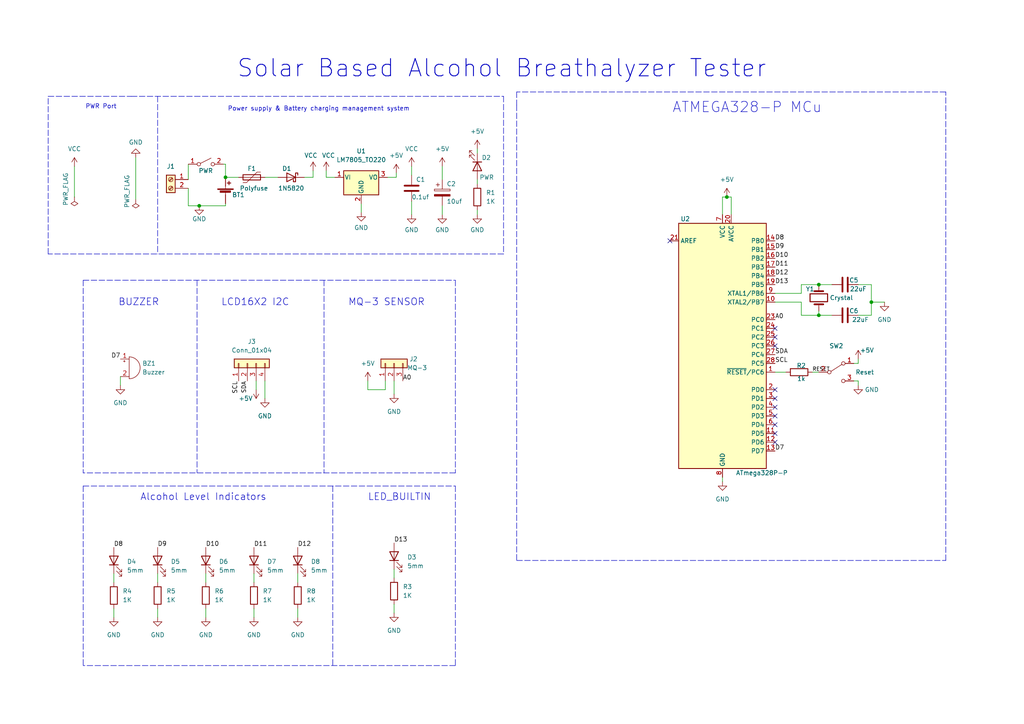
<source format=kicad_sch>
(kicad_sch (version 20211123) (generator eeschema)
  (paper "A4")
  (title_block (title "Solar Based Alcohol Tester") (date "2023-08-12") (rev "v1.0") (company "Project Work"))
  (lib_symbols
    (symbol "Connector:Screw_Terminal_01x02" (pin_names (offset 1.016) hide)
      (property "Reference" "J" (at 0 2.54 0))
      (property "Value" "Screw_Terminal_01x02" (at 0 -5.08 0))
      (symbol "Screw_Terminal_01x02_1_1"
        (rectangle (start -1.27 1.27) (end 1.27 -3.81) (stroke (width 0.254)) (fill (type background)))
        (circle (center 0 -2.54) (radius 0.635) (stroke (width 0.1524)))
        (polyline (pts (xy -0.5334 -2.2098) (xy 0.3302 -3.048)) (stroke (width 0.1524)))
        (polyline (pts (xy -0.5334 0.3302) (xy 0.3302 -0.508)) (stroke (width 0.1524)))
        (polyline (pts (xy -0.3556 -2.032) (xy 0.508 -2.8702)) (stroke (width 0.1524)))
        (polyline (pts (xy -0.3556 0.508) (xy 0.508 -0.3302)) (stroke (width 0.1524)))
        (circle (center 0 0) (radius 0.635) (stroke (width 0.1524)))
        (pin passive line (at -5.08 0 0) (length 3.81) (name "Pin_1") (number "1"))
        (pin passive line (at -5.08 -2.54 0) (length 3.81) (name "Pin_2") (number "2"))
      )
    )
    (symbol "Connector_Generic:Conn_01x03" (pin_names (offset 1.016) hide)
      (property "Reference" "J" (at 0 5.08 0))
      (property "Value" "Conn_01x03" (at 0 -5.08 0))
      (symbol "Conn_01x03_1_1"
        (rectangle (start -1.27 -2.413) (end 0 -2.667) (stroke (width 0.1524)))
        (rectangle (start -1.27 0.127) (end 0 -0.127) (stroke (width 0.1524)))
        (rectangle (start -1.27 2.667) (end 0 2.413) (stroke (width 0.1524)))
        (rectangle (start -1.27 3.81) (end 1.27 -3.81) (stroke (width 0.254)) (fill (type background)))
        (pin passive line (at -5.08 2.54 0) (length 3.81) (name "Pin_1") (number "1"))
        (pin passive line (at -5.08 0 0) (length 3.81) (name "Pin_2") (number "2"))
        (pin passive line (at -5.08 -2.54 0) (length 3.81) (name "Pin_3") (number "3"))
      )
    )
    (symbol "Connector_Generic:Conn_01x04" (pin_names (offset 1.016) hide)
      (property "Reference" "J" (at 0 5.08 0))
      (property "Value" "Conn_01x04" (at 0 -7.62 0))
      (symbol "Conn_01x04_1_1"
        (rectangle (start -1.27 -4.953) (end 0 -5.207) (stroke (width 0.1524)))
        (rectangle (start -1.27 -2.413) (end 0 -2.667) (stroke (width 0.1524)))
        (rectangle (start -1.27 0.127) (end 0 -0.127) (stroke (width 0.1524)))
        (rectangle (start -1.27 2.667) (end 0 2.413) (stroke (width 0.1524)))
        (rectangle (start -1.27 3.81) (end 1.27 -6.35) (stroke (width 0.254)) (fill (type background)))
        (pin passive line (at -5.08 2.54 0) (length 3.81) (name "Pin_1") (number "1"))
        (pin passive line (at -5.08 0 0) (length 3.81) (name "Pin_2") (number "2"))
        (pin passive line (at -5.08 -2.54 0) (length 3.81) (name "Pin_3") (number "3"))
        (pin passive line (at -5.08 -5.08 0) (length 3.81) (name "Pin_4") (number "4"))
      )
    )
    (symbol "Device:Battery_Cell" (pin_numbers hide) (pin_names (offset 0) hide)
      (property "Reference" "BT" (at 2.54 2.54 0))
      (property "Value" "Battery_Cell" (at 2.54 0 0))
      (symbol "Battery_Cell_0_1"
        (rectangle (start -2.286 1.778) (end 2.286 1.524) (fill (type outline)))
        (rectangle (start -1.5748 1.1938) (end 1.4732 0.6858) (fill (type outline)))
        (polyline (pts (xy 0 0.762) (xy 0 0)))
        (polyline (pts (xy 0 1.778) (xy 0 2.54)))
        (polyline (pts (xy 0.508 3.429) (xy 1.524 3.429)) (stroke (width 0.254)))
        (polyline (pts (xy 1.016 3.937) (xy 1.016 2.921)) (stroke (width 0.254)))
      )
      (symbol "Battery_Cell_1_1"
        (pin passive line (at 0 5.08 270) (length 2.54) (name "+") (number "1"))
        (pin passive line (at 0 -2.54 90) (length 2.54) (name "-") (number "2"))
      )
    )
    (symbol "Device:Buzzer" (pin_names (offset 0.0254) hide)
      (property "Reference" "BZ" (at 3.81 1.27 0))
      (property "Value" "Buzzer" (at 3.81 -1.27 0))
      (symbol "Buzzer_0_1"
        (arc (start 0 -3.175) (mid 3.175 0) (end 0 3.175))
        (polyline (pts (xy -1.651 1.905) (xy -1.143 1.905)))
        (polyline (pts (xy -1.397 2.159) (xy -1.397 1.651)))
        (polyline (pts (xy 0 3.175) (xy 0 -3.175)))
      )
      (symbol "Buzzer_1_1"
        (pin passive line (at -2.54 2.54 0) (length 2.54) (name "-") (number "1"))
        (pin passive line (at -2.54 -2.54 0) (length 2.54) (name "+") (number "2"))
      )
    )
    (symbol "Device:C" (pin_numbers hide) (pin_names (offset 0.254))
      (property "Reference" "C" (at 0.635 2.54 0))
      (property "Value" "C" (at 0.635 -2.54 0))
      (symbol "C_0_1"
        (polyline (pts (xy -2.032 -0.762) (xy 2.032 -0.762)) (stroke (width 0.508)))
        (polyline (pts (xy -2.032 0.762) (xy 2.032 0.762)) (stroke (width 0.508)))
      )
      (symbol "C_1_1"
        (pin passive line (at 0 3.81 270) (length 2.794) (name "~") (number "1"))
        (pin passive line (at 0 -3.81 90) (length 2.794) (name "~") (number "2"))
      )
    )
    (symbol "Device:C_Polarized" (pin_numbers hide) (pin_names (offset 0.254))
      (property "Reference" "C" (at 0.635 2.54 0))
      (property "Value" "C_Polarized" (at 0.635 -2.54 0))
      (symbol "C_Polarized_0_1"
        (rectangle (start -2.286 0.508) (end 2.286 1.016))
        (polyline (pts (xy -1.778 2.286) (xy -0.762 2.286)))
        (polyline (pts (xy -1.27 2.794) (xy -1.27 1.778)))
        (rectangle (start 2.286 -0.508) (end -2.286 -1.016) (fill (type outline)))
      )
      (symbol "C_Polarized_1_1"
        (pin passive line (at 0 3.81 270) (length 2.794) (name "~") (number "1"))
        (pin passive line (at 0 -3.81 90) (length 2.794) (name "~") (number "2"))
      )
    )
    (symbol "Device:Crystal" (pin_numbers hide) (pin_names (offset 1.016) hide)
      (property "Reference" "Y" (at 0 3.81 0))
      (property "Value" "Crystal" (at 0 -3.81 0))
      (symbol "Crystal_0_1"
        (rectangle (start -1.143 2.54) (end 1.143 -2.54) (stroke (width 0.3048)))
        (polyline (pts (xy -2.54 0) (xy -1.905 0)))
        (polyline (pts (xy -1.905 -1.27) (xy -1.905 1.27)) (stroke (width 0.508)))
        (polyline (pts (xy 1.905 -1.27) (xy 1.905 1.27)) (stroke (width 0.508)))
        (polyline (pts (xy 2.54 0) (xy 1.905 0)))
      )
      (symbol "Crystal_1_1"
        (pin passive line (at -3.81 0 0) (length 1.27) (name "1") (number "1"))
        (pin passive line (at 3.81 0 180) (length 1.27) (name "2") (number "2"))
      )
    )
    (symbol "Device:LED" (pin_numbers hide) (pin_names (offset 1.016) hide)
      (property "Reference" "D" (at 0 2.54 0))
      (property "Value" "LED" (at 0 -2.54 0))
      (symbol "LED_0_1"
        (polyline (pts (xy -1.27 -1.27) (xy -1.27 1.27)) (stroke (width 0.254)))
        (polyline (pts (xy -1.27 0) (xy 1.27 0)))
        (polyline (pts (xy 1.27 -1.27) (xy 1.27 1.27) (xy -1.27 0) (xy 1.27 -1.27)) (stroke (width 0.254)))
        (polyline (pts (xy -3.048 -0.762) (xy -4.572 -2.286) (xy -3.81 -2.286) (xy -4.572 -2.286) (xy -4.572 -1.524)))
        (polyline (pts (xy -1.778 -0.762) (xy -3.302 -2.286) (xy -2.54 -2.286) (xy -3.302 -2.286) (xy -3.302 -1.524)))
      )
      (symbol "LED_1_1"
        (pin passive line (at -3.81 0 0) (length 2.54) (name "K") (number "1"))
        (pin passive line (at 3.81 0 180) (length 2.54) (name "A") (number "2"))
      )
    )
    (symbol "Device:Polyfuse" (pin_numbers hide) (pin_names (offset 0))
      (property "Reference" "F" (at -2.54 0 90))
      (property "Value" "Polyfuse" (at 2.54 0 90))
      (symbol "Polyfuse_0_1"
        (rectangle (start -0.762 2.54) (end 0.762 -2.54) (stroke (width 0.254)))
        (polyline (pts (xy 0 2.54) (xy 0 -2.54)))
        (polyline (pts (xy -1.524 2.54) (xy -1.524 1.524) (xy 1.524 -1.524) (xy 1.524 -2.54)))
      )
      (symbol "Polyfuse_1_1"
        (pin passive line (at 0 3.81 270) (length 1.27) (name "~") (number "1"))
        (pin passive line (at 0 -3.81 90) (length 1.27) (name "~") (number "2"))
      )
    )
    (symbol "Device:R" (pin_numbers hide) (pin_names (offset 0))
      (property "Reference" "R" (at 2.032 0 90))
      (property "Value" "R" (at 0 0 90))
      (symbol "R_0_1"
        (rectangle (start -1.016 -2.54) (end 1.016 2.54) (stroke (width 0.254)))
      )
      (symbol "R_1_1"
        (pin passive line (at 0 3.81 270) (length 1.27) (name "~") (number "1"))
        (pin passive line (at 0 -3.81 90) (length 1.27) (name "~") (number "2"))
      )
    )
    (symbol "Diode:1N5820" (pin_numbers hide) (pin_names (offset 1.016) hide)
      (property "Reference" "D" (at 0 2.54 0))
      (property "Value" "1N5820" (at 0 -2.54 0))
      (symbol "1N5820_0_1"
        (polyline (pts (xy 1.27 0) (xy -1.27 0)))
        (polyline (pts (xy 1.27 1.27) (xy 1.27 -1.27) (xy -1.27 0) (xy 1.27 1.27)) (stroke (width 0.254)))
        (polyline (pts (xy -1.905 0.635) (xy -1.905 1.27) (xy -1.27 1.27) (xy -1.27 -1.27) (xy -0.635 -1.27) (xy -0.635 -0.635)) (stroke (width 0.254)))
      )
      (symbol "1N5820_1_1"
        (pin passive line (at -3.81 0 0) (length 2.54) (name "K") (number "1"))
        (pin passive line (at 3.81 0 180) (length 2.54) (name "A") (number "2"))
      )
    )
    (symbol "MCU_Microchip_ATmega:ATmega328P-P"
      (property "Reference" "U" (at -12.7 36.83 0))
      (property "Value" "ATmega328P-P" (at 2.54 -36.83 0))
      (symbol "ATmega328P-P_0_1"
        (rectangle (start -12.7 -35.56) (end 12.7 35.56) (stroke (width 0.254)) (fill (type background)))
      )
      (symbol "ATmega328P-P_1_1"
        (pin bidirectional line (at 15.24 -7.62 180) (length 2.54) (name "~{RESET}/PC6") (number "1"))
        (pin bidirectional line (at 15.24 12.7 180) (length 2.54) (name "XTAL2/PB7") (number "10"))
        (pin bidirectional line (at 15.24 -25.4 180) (length 2.54) (name "PD5") (number "11"))
        (pin bidirectional line (at 15.24 -27.94 180) (length 2.54) (name "PD6") (number "12"))
        (pin bidirectional line (at 15.24 -30.48 180) (length 2.54) (name "PD7") (number "13"))
        (pin bidirectional line (at 15.24 30.48 180) (length 2.54) (name "PB0") (number "14"))
        (pin bidirectional line (at 15.24 27.94 180) (length 2.54) (name "PB1") (number "15"))
        (pin bidirectional line (at 15.24 25.4 180) (length 2.54) (name "PB2") (number "16"))
        (pin bidirectional line (at 15.24 22.86 180) (length 2.54) (name "PB3") (number "17"))
        (pin bidirectional line (at 15.24 20.32 180) (length 2.54) (name "PB4") (number "18"))
        (pin bidirectional line (at 15.24 17.78 180) (length 2.54) (name "PB5") (number "19"))
        (pin bidirectional line (at 15.24 -12.7 180) (length 2.54) (name "PD0") (number "2"))
        (pin power_in line (at 2.54 38.1 270) (length 2.54) (name "AVCC") (number "20"))
        (pin passive line (at -15.24 30.48 0) (length 2.54) (name "AREF") (number "21"))
        (pin passive line (at 0 -38.1 90) (length 2.54) hide (name "GND") (number "22"))
        (pin bidirectional line (at 15.24 7.62 180) (length 2.54) (name "PC0") (number "23"))
        (pin bidirectional line (at 15.24 5.08 180) (length 2.54) (name "PC1") (number "24"))
        (pin bidirectional line (at 15.24 2.54 180) (length 2.54) (name "PC2") (number "25"))
        (pin bidirectional line (at 15.24 0 180) (length 2.54) (name "PC3") (number "26"))
        (pin bidirectional line (at 15.24 -2.54 180) (length 2.54) (name "PC4") (number "27"))
        (pin bidirectional line (at 15.24 -5.08 180) (length 2.54) (name "PC5") (number "28"))
        (pin bidirectional line (at 15.24 -15.24 180) (length 2.54) (name "PD1") (number "3"))
        (pin bidirectional line (at 15.24 -17.78 180) (length 2.54) (name "PD2") (number "4"))
        (pin bidirectional line (at 15.24 -20.32 180) (length 2.54) (name "PD3") (number "5"))
        (pin bidirectional line (at 15.24 -22.86 180) (length 2.54) (name "PD4") (number "6"))
        (pin power_in line (at 0 38.1 270) (length 2.54) (name "VCC") (number "7"))
        (pin power_in line (at 0 -38.1 90) (length 2.54) (name "GND") (number "8"))
        (pin bidirectional line (at 15.24 15.24 180) (length 2.54) (name "XTAL1/PB6") (number "9"))
      )
    )
    (symbol "Regulator_Linear:LM7805_TO220" (pin_names (offset 0.254))
      (property "Reference" "U" (at -3.81 3.175 0))
      (property "Value" "LM7805_TO220" (at 0 3.175 0))
      (symbol "LM7805_TO220_0_1"
        (rectangle (start -5.08 1.905) (end 5.08 -5.08) (stroke (width 0.254)) (fill (type background)))
      )
      (symbol "LM7805_TO220_1_1"
        (pin power_in line (at -7.62 0 0) (length 2.54) (name "VI") (number "1"))
        (pin power_in line (at 0 -7.62 90) (length 2.54) (name "GND") (number "2"))
        (pin power_out line (at 7.62 0 180) (length 2.54) (name "VO") (number "3"))
      )
    )
    (symbol "Switch:SW_DPST_x2" (pin_names (offset 0) hide)
      (property "Reference" "SW" (at 0 3.175 0))
      (property "Value" "SW_DPST_x2" (at 0 -2.54 0))
      (symbol "SW_DPST_x2_0_0"
        (circle (center -2.032 0) (radius 0.508))
        (polyline (pts (xy -1.524 0.254) (xy 1.524 1.778)))
        (circle (center 2.032 0) (radius 0.508))
      )
      (symbol "SW_DPST_x2_1_1"
        (pin passive line (at -5.08 0 0) (length 2.54) (name "A") (number "1"))
        (pin passive line (at 5.08 0 180) (length 2.54) (name "B") (number "2"))
      )
      (symbol "SW_DPST_x2_2_1"
        (pin passive line (at -5.08 0 0) (length 2.54) (name "A") (number "3"))
        (pin passive line (at 5.08 0 180) (length 2.54) (name "B") (number "4"))
      )
    )
    (symbol "Switch:SW_SPDT" (pin_names (offset 0) hide)
      (property "Reference" "SW" (at 0 4.318 0))
      (property "Value" "SW_SPDT" (at 0 -5.08 0))
      (symbol "SW_SPDT_0_0"
        (circle (center -2.032 0) (radius 0.508))
        (circle (center 2.032 -2.54) (radius 0.508))
      )
      (symbol "SW_SPDT_0_1"
        (polyline (pts (xy -1.524 0.254) (xy 1.651 2.286)))
        (circle (center 2.032 2.54) (radius 0.508))
      )
      (symbol "SW_SPDT_1_1"
        (pin passive line (at 5.08 2.54 180) (length 2.54) (name "A") (number "1"))
        (pin passive line (at -5.08 0 0) (length 2.54) (name "B") (number "2"))
        (pin passive line (at 5.08 -2.54 180) (length 2.54) (name "C") (number "3"))
      )
    )
    (symbol "power:+5V" (power) (pin_names (offset 0))
      (property "Value" "+5V" (at 0 3.556 0))
      (symbol "+5V_0_1"
        (polyline (pts (xy -0.762 1.27) (xy 0 2.54)))
        (polyline (pts (xy 0 0) (xy 0 2.54)))
        (polyline (pts (xy 0 2.54) (xy 0.762 1.27)))
      )
      (symbol "+5V_1_1"
        (pin power_in line (at 0 0 90) (length 0) hide (name "+5V") (number "1"))
      )
    )
    (symbol "power:GND" (power) (pin_names (offset 0))
      (property "Value" "GND" (at 0 -3.81 0))
      (symbol "GND_0_1"
        (polyline (pts (xy 0 0) (xy 0 -1.27) (xy 1.27 -1.27) (xy 0 -2.54) (xy -1.27 -1.27) (xy 0 -1.27)))
      )
      (symbol "GND_1_1"
        (pin power_in line (at 0 0 270) (length 0) hide (name "GND") (number "1"))
      )
    )
    (symbol "power:PWR_FLAG" (power) (pin_numbers hide) (pin_names (offset 0) hide)
      (property "Value" "PWR_FLAG" (at 0 3.81 0))
      (symbol "PWR_FLAG_0_0"
        (pin power_out line (at 0 0 90) (length 0) (name "pwr") (number "1"))
      )
      (symbol "PWR_FLAG_0_1"
        (polyline (pts (xy 0 0) (xy 0 1.27) (xy -1.016 1.905) (xy 0 2.54) (xy 1.016 1.905) (xy 0 1.27)))
      )
    )
    (symbol "power:VCC" (power) (pin_names (offset 0))
      (property "Value" "VCC" (at 0 3.81 0))
      (symbol "VCC_0_1"
        (polyline (pts (xy -0.762 1.27) (xy 0 2.54)))
        (polyline (pts (xy 0 0) (xy 0 2.54)))
        (polyline (pts (xy 0 2.54) (xy 0.762 1.27)))
      )
      (symbol "VCC_1_1"
        (pin power_in line (at 0 0 90) (length 0) hide (name "VCC") (number "1"))
      )
    )
  )
  (junction (at 237.49 82.55))
  (junction (at 252.73 87.63))
  (junction (at 65.405 51.435))
  (junction (at 57.785 59.69))
  (junction (at 237.49 91.44))
  (junction (at 210.82 57.15))
  (no_connect (at 224.79 115.57))
  (no_connect (at 224.79 123.19))
  (no_connect (at 224.79 95.25))
  (no_connect (at 224.79 120.65))
  (no_connect (at 224.79 118.11))
  (no_connect (at 194.31 69.85))
  (no_connect (at 224.79 128.27))
  (no_connect (at 224.79 125.73))
  (no_connect (at 224.79 113.03))
  (no_connect (at 224.79 97.79))
  (no_connect (at 224.79 100.33))
  (wire (pts (xy 224.79 87.63) (xy 232.41 87.63)))
  (wire (pts (xy 54.61 54.61) (xy 54.61 59.69)))
  (polyline (pts (xy 45.72 27.94) (xy 45.72 73.66)))
  (polyline (pts (xy 96.52 140.97) (xy 96.52 193.04)))
  (wire (pts (xy 21.59 48.26) (xy 21.59 57.15)))
  (wire (pts (xy 65.405 51.435) (xy 69.215 51.435)))
  (wire (pts (xy 64.77 47.625) (xy 65.405 47.625)))
  (wire (pts (xy 45.72 166.37) (xy 45.72 168.91)))
  (wire (pts (xy 33.02 176.53) (xy 33.02 179.07)))
  (wire (pts (xy 104.775 59.055) (xy 104.775 61.595)))
  (polyline (pts (xy 13.97 73.66) (xy 13.97 27.94)))
  (wire (pts (xy 34.925 109.22) (xy 34.925 111.76)))
  (wire (pts (xy 237.49 82.55) (xy 241.3 82.55)))
  (wire (pts (xy 111.76 113.03) (xy 111.76 110.49)))
  (wire (pts (xy 74.295 110.49) (xy 74.295 113.03)))
  (wire (pts (xy 65.405 59.055) (xy 65.405 59.69)))
  (wire (pts (xy 59.69 166.37) (xy 59.69 168.91)))
  (wire (pts (xy 54.61 47.625) (xy 54.61 52.07)))
  (wire (pts (xy 224.79 85.09) (xy 232.41 85.09)))
  (wire (pts (xy 65.405 47.625) (xy 65.405 51.435)))
  (wire (pts (xy 76.835 110.49) (xy 76.835 115.57)))
  (polyline (pts (xy 24.13 81.28) (xy 24.13 137.16)))
  (wire (pts (xy 224.79 107.95) (xy 227.965 107.95)))
  (wire (pts (xy 252.73 82.55) (xy 252.73 87.63)))
  (polyline (pts (xy 13.97 27.94) (xy 38.1 27.94)))
  (wire (pts (xy 138.43 60.96) (xy 138.43 62.23)))
  (wire (pts (xy 65.405 59.69) (xy 57.785 59.69)))
  (wire (pts (xy 138.43 43.18) (xy 138.43 44.45)))
  (wire (pts (xy 90.805 51.435) (xy 88.265 51.435)))
  (wire (pts (xy 112.395 51.435) (xy 114.935 51.435)))
  (wire (pts (xy 209.55 62.23) (xy 209.55 57.15)))
  (wire (pts (xy 73.66 176.53) (xy 73.66 179.07)))
  (polyline (pts (xy 132.08 193.04) (xy 24.13 193.04)))
  (wire (pts (xy 232.41 82.55) (xy 237.49 82.55)))
  (wire (pts (xy 212.09 62.23) (xy 212.09 57.15)))
  (polyline (pts (xy 38.1 73.66) (xy 13.97 73.66)))
  (wire (pts (xy 138.43 52.07) (xy 138.43 53.34)))
  (wire (pts (xy 232.41 87.63) (xy 232.41 91.44)))
  (polyline (pts (xy 149.86 26.67) (xy 149.86 30.48)))
  (wire (pts (xy 256.54 87.63) (xy 252.73 87.63)))
  (polyline (pts (xy 132.08 140.97) (xy 132.08 193.04)))
  (polyline (pts (xy 38.1 27.94) (xy 146.05 27.94)))
  (polyline (pts (xy 24.13 140.97) (xy 24.13 193.04)))
  (wire (pts (xy 248.92 104.14) (xy 248.92 105.41)))
  (polyline (pts (xy 149.86 30.48) (xy 149.86 162.56)))
  (wire (pts (xy 212.09 57.15) (xy 210.82 57.15)))
  (polyline (pts (xy 146.05 73.66) (xy 38.1 73.66)))
  (wire (pts (xy 90.805 49.53) (xy 90.805 51.435)))
  (wire (pts (xy 86.36 176.53) (xy 86.36 179.07)))
  (wire (pts (xy 247.65 110.49) (xy 248.92 110.49)))
  (wire (pts (xy 232.41 91.44) (xy 237.49 91.44)))
  (wire (pts (xy 114.3 110.49) (xy 114.3 114.3)))
  (wire (pts (xy 94.615 49.53) (xy 94.615 51.435)))
  (polyline (pts (xy 146.05 27.94) (xy 146.05 73.66)))
  (wire (pts (xy 33.02 166.37) (xy 33.02 168.91)))
  (wire (pts (xy 114.3 175.26) (xy 114.3 177.8)))
  (wire (pts (xy 45.72 176.53) (xy 45.72 179.07)))
  (wire (pts (xy 59.69 176.53) (xy 59.69 179.07)))
  (wire (pts (xy 248.92 105.41) (xy 247.65 105.41)))
  (wire (pts (xy 252.73 91.44) (xy 252.73 87.63)))
  (wire (pts (xy 248.92 91.44) (xy 252.73 91.44)))
  (polyline (pts (xy 274.32 162.56) (xy 274.32 26.67)))
  (wire (pts (xy 248.92 82.55) (xy 252.73 82.55)))
  (wire (pts (xy 86.36 166.37) (xy 86.36 168.91)))
  (polyline (pts (xy 274.32 26.67) (xy 149.86 26.67)))
  (polyline (pts (xy 149.86 162.56) (xy 274.32 162.56)))
  (wire (pts (xy 237.49 90.17) (xy 237.49 91.44)))
  (wire (pts (xy 76.835 51.435) (xy 80.645 51.435)))
  (wire (pts (xy 232.41 85.09) (xy 232.41 82.55)))
  (wire (pts (xy 54.61 59.69) (xy 57.785 59.69)))
  (wire (pts (xy 114.3 165.1) (xy 114.3 167.64)))
  (wire (pts (xy 106.68 113.03) (xy 111.76 113.03)))
  (wire (pts (xy 235.585 107.95) (xy 237.49 107.95)))
  (wire (pts (xy 39.37 45.72) (xy 39.37 57.785)))
  (wire (pts (xy 128.27 48.26) (xy 128.27 52.07)))
  (wire (pts (xy 248.92 110.49) (xy 248.92 111.76)))
  (polyline (pts (xy 132.08 81.28) (xy 132.08 137.16)))
  (polyline (pts (xy 24.13 140.97) (xy 132.08 140.97)))
  (wire (pts (xy 114.935 51.435) (xy 114.935 50.165)))
  (wire (pts (xy 106.68 110.49) (xy 106.68 113.03)))
  (polyline (pts (xy 93.98 81.28) (xy 93.98 137.16)))
  (wire (pts (xy 128.27 59.69) (xy 128.27 62.23)))
  (polyline (pts (xy 57.15 81.28) (xy 57.15 137.16)))
  (polyline (pts (xy 132.08 137.16) (xy 24.13 137.16)))
  (wire (pts (xy 209.55 138.43) (xy 209.55 139.7)))
  (polyline (pts (xy 24.13 81.28) (xy 132.08 81.28)))
  (wire (pts (xy 94.615 51.435) (xy 97.155 51.435)))
  (wire (pts (xy 73.66 166.37) (xy 73.66 168.91)))
  (wire (pts (xy 237.49 91.44) (xy 241.3 91.44)))
  (wire (pts (xy 209.55 57.15) (xy 210.82 57.15)))
  (wire (pts (xy 119.38 48.26) (xy 119.38 50.8)))
  (wire (pts (xy 119.38 58.42) (xy 119.38 62.23)))
  (text "Solar Based Alcohol Breathalyzer Tester" (at 68.58 22.86 0) (effects (font (size 5 5) (thickness 0.254) bold) (justify left bottom)))
  (text "BUZZER" (at 34.29 88.9 0) (effects (font (size 2 2)) (justify left bottom)))
  (text "PWR Port" (at 24.765 31.75 0) (effects (font (size 1.27 1.27)) (justify left bottom)))
  (text "MQ-3 SENSOR" (at 100.965 88.9 0) (effects (font (size 2 2)) (justify left bottom)))
  (text "LCD16X2 I2C" (at 64.135 88.9 0) (effects (font (size 2 2)) (justify left bottom)))
  (text "LED_BUILTIN" (at 106.68 145.415 0) (effects (font (size 2 2)) (justify left bottom)))
  (text "Alcohol Level Indicators" (at 40.64 145.415 0) (effects (font (size 2 2)) (justify left bottom)))
  (text "Power supply & Battery charging management system" (at 66.04 32.385 0) (effects (font (size 1.27 1.27)) (justify left bottom)))
  (text "ATMEGA328-P MCu" (at 194.945 33.02 0) (effects (font (size 3 3)) (justify left bottom)))
  (label "D9" (at 224.79 72.39 0))
  (label "D8" (at 33.02 158.75 0))
  (label "D11" (at 73.66 158.75 0))
  (label "SCL" (at 69.215 110.49 270))
  (label "D13" (at 114.3 157.48 0))
  (label "D10" (at 59.69 158.75 0))
  (label "D11" (at 224.79 77.47 0))
  (label "SDA" (at 71.755 110.49 270) (effects (font (size 1.2 1.2))))
  (label "D8" (at 224.79 69.85 0))
  (label "D7" (at 224.79 130.81 0))
  (label "D10" (at 224.79 74.93 0))
  (label "A0" (at 224.79 92.71 0))
  (label "D7" (at 34.925 104.14 180))
  (label "RESET" (at 235.585 107.95 0) (effects (font (size 1.09 1.09))))
  (label "D9" (at 45.72 158.75 0))
  (label "A0" (at 116.84 110.49 0))
  (label "SDA" (at 224.79 102.87 0))
  (label "D12" (at 224.79 80.01 0))
  (label "SCL" (at 224.79 105.41 0))
  (label "D12" (at 86.36 158.75 0))
  (label "D13" (at 224.79 82.55 0))
  (symbol (lib_id "power:+5V") (at 248.92 104.14 0) (mirror y) (unit 1)
    (property "Reference" "#PWR0114" (effects hide))
    (property "Value" "+5V" (at 251.46 101.6 0))
  )
  (symbol (lib_id "power:GND") (at 128.27 62.23 0) (unit 1)
    (property "Reference" "#PWR0109" (effects hide))
    (property "Value" "GND" (at 128.27 66.675 0))
  )
  (symbol (lib_id "power:+5V") (at 128.27 48.26 0) (unit 1)
    (property "Reference" "#PWR0106" (effects hide))
    (property "Value" "+5V" (at 128.27 43.18 0))
  )
  (symbol (lib_id "Device:LED") (at 45.72 162.56 90) (unit 1)
    (property "Reference" "D5" (at 49.53 162.8774 90) (effects (justify right)))
    (property "Value" "5mm" (at 49.53 165.4174 90) (effects (justify right)))
  )
  (symbol (lib_id "power:VCC") (at 94.615 49.53 0) (unit 1)
    (property "Reference" "#PWR01" (effects hide))
    (property "Value" "VCC" (at 93.345 45.085 0) (effects (justify left)))
  )
  (symbol (lib_id "power:GND") (at 86.36 179.07 0) (unit 1)
    (property "Reference" "#PWR019" (effects hide))
    (property "Value" "GND" (at 86.36 184.15 0))
  )
  (symbol (lib_id "Device:LED") (at 138.43 48.26 270) (unit 1)
    (property "Reference" "D2" (at 139.7 45.72 90) (effects (justify left)))
    (property "Value" "PWR" (at 139.065 51.435 90) (effects (justify left)))
  )
  (symbol (lib_id "Device:Buzzer") (at 37.465 106.68 0) (unit 1)
    (property "Reference" "BZ1" (at 41.275 105.4099 0) (effects (justify left)))
    (property "Value" "Buzzer" (at 41.275 107.9499 0) (effects (justify left)))
  )
  (symbol (lib_id "Device:LED") (at 73.66 162.56 90) (unit 1)
    (property "Reference" "D7" (at 77.47 162.8774 90) (effects (justify right)))
    (property "Value" "5mm" (at 77.47 165.4174 90) (effects (justify right)))
  )
  (symbol (lib_id "Device:C") (at 245.11 82.55 90) (mirror x) (unit 1)
    (property "Reference" "C5" (at 247.65 81.28 90))
    (property "Value" "22uF" (at 248.92 83.82 90))
  )
  (symbol (lib_id "Device:LED") (at 59.69 162.56 90) (unit 1)
    (property "Reference" "D6" (at 63.5 162.8774 90) (effects (justify right)))
    (property "Value" "5mm" (at 63.5 165.4174 90) (effects (justify right)))
  )
  (symbol (lib_id "Regulator_Linear:LM7805_TO220") (at 104.775 51.435 0) (unit 1)
    (property "Reference" "U1" (at 104.775 43.815 0))
    (property "Value" "LM7805_TO220" (at 104.775 46.355 0))
    (property "Footprint" "Package_TO_SOT_THT:TO-220-3_Vertical" (effects hide))
    (property "Datasheet" "https://www.onsemi.cn/PowerSolutions/document/MC7800-D.PDF" (effects hide))
  )
  (symbol (lib_id "power:GND") (at 209.55 139.7 0) (unit 1)
    (property "Reference" "#PWR0112" (effects hide))
    (property "Value" "GND" (at 209.55 144.78 0))
  )
  (symbol (lib_id "power:GND") (at 57.785 59.69 0) (unit 1)
    (property "Reference" "#PWR03" (effects hide))
    (property "Value" "GND" (at 57.785 63.5 0))
  )
  (symbol (lib_id "power:GND") (at 114.3 114.3 0) (unit 1)
    (property "Reference" "#PWR010" (effects hide))
    (property "Value" "GND" (at 114.3 119.38 0))
  )
  (symbol (lib_id "power:GND") (at 138.43 62.23 0) (unit 1)
    (property "Reference" "#PWR0110" (effects hide))
    (property "Value" "GND" (at 138.43 66.675 0))
  )
  (symbol (lib_id "power:GND") (at 104.775 61.595 0) (unit 1)
    (property "Reference" "#PWR04" (effects hide))
    (property "Value" "GND" (at 104.775 66.04 0))
  )
  (symbol (lib_id "Device:R") (at 231.775 107.95 90) (unit 1)
    (property "Reference" "R2" (at 232.41 106.045 90))
    (property "Value" "1k" (at 232.41 109.855 90))
  )
  (symbol (lib_id "power:VCC") (at 21.59 48.26 0) (unit 1)
    (property "Reference" "#PWR0105" (effects hide))
    (property "Value" "VCC" (at 21.59 43.18 0))
  )
  (symbol (lib_id "Connector_Generic:Conn_01x03") (at 114.3 105.41 90) (unit 1)
    (property "Reference" "J2" (at 118.745 104.14 90) (effects (justify right)))
    (property "Value" "MQ-3" (at 118.11 106.68 90) (effects (justify right)))
  )
  (symbol (lib_id "Device:C") (at 119.38 54.61 0) (unit 1)
    (property "Reference" "C1" (at 120.65 52.07 0) (effects (justify left)))
    (property "Value" "0.1uf" (at 119.38 57.15 0) (effects (justify left)))
  )
  (symbol (lib_id "Device:R") (at 73.66 172.72 0) (unit 1)
    (property "Reference" "R7" (at 76.2 171.4499 0) (effects (justify left)))
    (property "Value" "1K" (at 76.2 173.9899 0) (effects (justify left)))
  )
  (symbol (lib_id "Switch:SW_SPDT") (at 242.57 107.95 0) (unit 1)
    (property "Reference" "SW2" (at 242.57 100.33 0))
    (property "Value" "Reset" (at 250.825 107.95 0))
  )
  (symbol (lib_id "Device:LED") (at 86.36 162.56 90) (unit 1)
    (property "Reference" "D8" (at 90.17 162.8774 90) (effects (justify right)))
    (property "Value" "5mm" (at 90.17 165.4174 90) (effects (justify right)))
  )
  (symbol (lib_id "power:+5V") (at 74.295 113.03 180) (unit 1)
    (property "Reference" "#PWR012" (effects hide))
    (property "Value" "+5V" (at 69.215 115.57 0) (effects (justify right)))
  )
  (symbol (lib_id "Connector:Screw_Terminal_01x02") (at 49.53 52.07 0) (mirror y) (unit 1)
    (property "Reference" "J1" (at 49.53 48.26 0))
    (property "Value" "Screw_Terminal_01x02" (effects hide))
  )
  (symbol (lib_id "power:VCC") (at 90.805 49.53 0) (unit 1)
    (property "Reference" "#PWR0101" (effects hide))
    (property "Value" "VCC" (at 90.17 45.085 0))
  )
  (symbol (lib_id "Device:Crystal") (at 237.49 86.36 270) (unit 1)
    (property "Reference" "Y1" (at 233.68 83.82 90) (effects (justify left)))
    (property "Value" "Crystal" (at 240.665 86.36 90) (effects (justify left)))
  )
  (symbol (lib_id "power:GND") (at 256.54 87.63 0) (unit 1)
    (property "Reference" "#PWR05" (effects hide))
    (property "Value" "GND" (at 256.54 92.71 0))
  )
  (symbol (lib_id "power:GND") (at 59.69 179.07 0) (unit 1)
    (property "Reference" "#PWR017" (effects hide))
    (property "Value" "GND" (at 59.69 184.15 0))
  )
  (symbol (lib_id "Device:LED") (at 33.02 162.56 90) (unit 1)
    (property "Reference" "D4" (at 36.83 162.8774 90) (effects (justify right)))
    (property "Value" "5mm" (at 36.83 165.4174 90) (effects (justify right)))
  )
  (symbol (lib_id "Device:R") (at 45.72 172.72 0) (unit 1)
    (property "Reference" "R5" (at 48.26 171.4499 0) (effects (justify left)))
    (property "Value" "1K" (at 48.26 173.9899 0) (effects (justify left)))
  )
  (symbol (lib_id "power:GND") (at 39.37 45.72 180) (unit 1)
    (property "Reference" "#PWR0102" (effects hide))
    (property "Value" "GND" (at 39.37 41.275 0))
  )
  (symbol (lib_id "Switch:SW_DPST_x2") (at 59.69 47.625 0) (unit 1)
    (property "Reference" "SW1" (effects hide))
    (property "Value" "PWR" (at 59.69 49.53 0))
  )
  (symbol (lib_id "power:+5V") (at 210.82 57.15 0) (unit 1)
    (property "Reference" "#PWR0115" (effects hide))
    (property "Value" "+5V" (at 210.82 52.07 0))
  )
  (symbol (lib_id "Device:Battery_Cell") (at 65.405 56.515 0) (unit 1)
    (property "Reference" "BT1" (at 67.31 56.515 0) (effects (justify left)))
    (property "Value" "Battery_Cell" (effects hide))
  )
  (symbol (lib_id "power:GND") (at 114.3 177.8 0) (unit 1)
    (property "Reference" "#PWR014" (effects hide))
    (property "Value" "GND" (at 114.3 182.88 0))
  )
  (symbol (lib_id "Device:R") (at 114.3 171.45 0) (unit 1)
    (property "Reference" "R3" (at 116.84 170.1799 0) (effects (justify left)))
    (property "Value" "1K" (at 116.84 172.7199 0) (effects (justify left)))
  )
  (symbol (lib_id "Device:Polyfuse") (at 73.025 51.435 90) (unit 1)
    (property "Reference" "F1" (at 73.025 48.895 90))
    (property "Value" "Polyfuse" (at 73.66 54.61 90))
  )
  (symbol (lib_id "Device:R") (at 138.43 57.15 0) (unit 1)
    (property "Reference" "R1" (at 140.97 55.8799 0) (effects (justify left)))
    (property "Value" "1K" (at 140.97 58.4199 0) (effects (justify left)))
  )
  (symbol (lib_id "Device:C") (at 245.11 91.44 90) (mirror x) (unit 1)
    (property "Reference" "C6" (at 247.65 90.17 90))
    (property "Value" "22uF" (at 249.555 92.71 90))
  )
  (symbol (lib_id "Connector_Generic:Conn_01x04") (at 71.755 105.41 90) (unit 1)
    (property "Reference" "J3" (at 73.025 99.06 90))
    (property "Value" "Conn_01x04" (at 73.025 101.6 90))
  )
  (symbol (lib_id "power:+5V") (at 106.68 110.49 0) (unit 1)
    (property "Reference" "#PWR07" (effects hide))
    (property "Value" "+5V" (at 106.68 105.41 0))
  )
  (symbol (lib_id "power:GND") (at 76.835 115.57 0) (unit 1)
    (property "Reference" "#PWR09" (effects hide))
    (property "Value" "GND" (at 76.835 120.65 0))
  )
  (symbol (lib_id "power:PWR_FLAG") (at 39.37 57.785 180) (unit 1)
    (property "Reference" "#FLG0103" (effects hide))
    (property "Value" "PWR_FLAG" (at 36.83 60.325 90) (effects (justify right)))
  )
  (symbol (lib_id "power:PWR_FLAG") (at 21.59 57.15 180) (unit 1)
    (property "Reference" "#FLG0102" (effects hide))
    (property "Value" "PWR_FLAG" (at 19.05 59.69 90) (effects (justify right)))
  )
  (symbol (lib_id "MCU_Microchip_ATmega:ATmega328P-P") (at 209.55 100.33 0) (unit 1)
    (property "Reference" "U2" (at 198.755 63.5 0))
    (property "Value" "ATmega328P-P" (at 220.98 137.16 0))
    (property "Footprint" "Package_DIP:DIP-28_W7.62mm" (effects hide))
    (property "Datasheet" "https://ww1.microchip.com/downloads/en/DeviceDoc/Atmel-7810-Automotive-Microcontrollers-ATmega328P_Datasheet.pdf" (effects hide))
  )
  (symbol (lib_id "Device:LED") (at 114.3 161.29 90) (unit 1)
    (property "Reference" "D3" (at 118.11 161.6074 90) (effects (justify right)))
    (property "Value" "5mm" (at 118.11 164.1474 90) (effects (justify right)))
  )
  (symbol (lib_id "Device:R") (at 33.02 172.72 0) (unit 1)
    (property "Reference" "R4" (at 35.56 171.4499 0) (effects (justify left)))
    (property "Value" "1K" (at 35.56 173.9899 0) (effects (justify left)))
  )
  (symbol (lib_id "power:GND") (at 73.66 179.07 0) (unit 1)
    (property "Reference" "#PWR018" (effects hide))
    (property "Value" "GND" (at 73.66 184.15 0))
  )
  (symbol (lib_id "Device:C_Polarized") (at 128.27 55.88 0) (unit 1)
    (property "Reference" "C2" (at 129.54 53.34 0) (effects (justify left)))
    (property "Value" "10uf" (at 129.54 58.42 0) (effects (justify left)))
    (property "Datasheet" "https://industrial.panasonic.com/ww/products/pt/aluminum-cap-lead/models/ECEA1HKA100B" (effects hide))
    (property "Partnumnber" "ECE-A1HKA100B" (effects hide))
    (property "Spice_Netlist_Enabled" "Y" (effects hide))
  )
  (symbol (lib_id "power:GND") (at 34.925 111.76 0) (unit 1)
    (property "Reference" "#PWR08" (effects hide))
    (property "Value" "GND" (at 34.925 116.84 0))
  )
  (symbol (lib_id "power:VCC") (at 119.38 48.26 0) (unit 1)
    (property "Reference" "#PWR0107" (effects hide))
    (property "Value" "VCC" (at 119.38 43.18 0))
  )
  (symbol (lib_id "Device:R") (at 59.69 172.72 0) (unit 1)
    (property "Reference" "R6" (at 62.23 171.4499 0) (effects (justify left)))
    (property "Value" "1K" (at 62.23 173.9899 0) (effects (justify left)))
  )
  (symbol (lib_id "power:+5V") (at 138.43 43.18 0) (unit 1)
    (property "Reference" "#PWR0103" (effects hide))
    (property "Value" "+5V" (at 138.43 38.1 0))
  )
  (symbol (lib_id "power:GND") (at 248.92 111.76 0) (unit 1)
    (property "Reference" "#PWR0113" (effects hide))
    (property "Value" "GND" (at 250.825 113.0299 0) (effects (justify left)))
  )
  (symbol (lib_id "power:+5V") (at 114.935 50.165 0) (unit 1)
    (property "Reference" "#PWR0104" (effects hide))
    (property "Value" "+5V" (at 114.935 45.085 0))
  )
  (symbol (lib_id "Diode:1N5820") (at 84.455 51.435 0) (mirror y) (unit 1)
    (property "Reference" "D1" (at 83.185 48.895 0))
    (property "Value" "1N5820" (at 84.455 54.61 0))
    (property "Footprint" "Diode_THT:D_DO-201AD_P15.24mm_Horizontal" (effects hide))
    (property "Datasheet" "http://www.vishay.com/docs/88526/1n5820.pdf" (effects hide))
  )
  (symbol (lib_id "power:GND") (at 33.02 179.07 0) (unit 1)
    (property "Reference" "#PWR015" (effects hide))
    (property "Value" "GND" (at 33.02 184.15 0))
  )
  (symbol (lib_id "power:GND") (at 119.38 62.23 0) (unit 1)
    (property "Reference" "#PWR0108" (effects hide))
    (property "Value" "GND" (at 119.38 66.675 0))
  )
  (symbol (lib_id "power:GND") (at 45.72 179.07 0) (unit 1)
    (property "Reference" "#PWR016" (effects hide))
    (property "Value" "GND" (at 45.72 184.15 0))
  )
  (symbol (lib_id "Device:R") (at 86.36 172.72 0) (unit 1)
    (property "Reference" "R8" (at 88.9 171.4499 0) (effects (justify left)))
    (property "Value" "1K" (at 88.9 173.9899 0) (effects (justify left)))
  )
)
</source>
